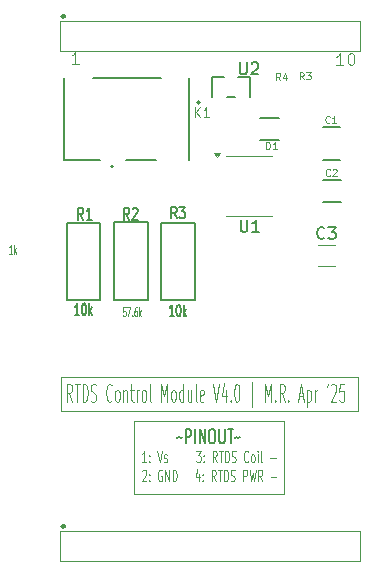
<source format=gbr>
%TF.GenerationSoftware,KiCad,Pcbnew,8.0.8*%
%TF.CreationDate,2025-04-18T10:54:44-04:00*%
%TF.ProjectId,RTDS Control Module V4.0,52544453-2043-46f6-9e74-726f6c204d6f,rev?*%
%TF.SameCoordinates,Original*%
%TF.FileFunction,Legend,Top*%
%TF.FilePolarity,Positive*%
%FSLAX46Y46*%
G04 Gerber Fmt 4.6, Leading zero omitted, Abs format (unit mm)*
G04 Created by KiCad (PCBNEW 8.0.8) date 2025-04-18 10:54:44*
%MOMM*%
%LPD*%
G01*
G04 APERTURE LIST*
%ADD10C,0.150000*%
%ADD11C,0.100000*%
%ADD12C,0.120000*%
%ADD13C,0.152400*%
%ADD14C,0.127000*%
%ADD15C,0.200000*%
%ADD16C,0.076200*%
%ADD17C,0.254000*%
G04 APERTURE END LIST*
D10*
X59142856Y-49154819D02*
X58799999Y-49154819D01*
X58971428Y-49154819D02*
X58971428Y-48154819D01*
X58971428Y-48154819D02*
X58914285Y-48297676D01*
X58914285Y-48297676D02*
X58857142Y-48392914D01*
X58857142Y-48392914D02*
X58799999Y-48440533D01*
X59514285Y-48154819D02*
X59571428Y-48154819D01*
X59571428Y-48154819D02*
X59628571Y-48202438D01*
X59628571Y-48202438D02*
X59657143Y-48250057D01*
X59657143Y-48250057D02*
X59685714Y-48345295D01*
X59685714Y-48345295D02*
X59714285Y-48535771D01*
X59714285Y-48535771D02*
X59714285Y-48773866D01*
X59714285Y-48773866D02*
X59685714Y-48964342D01*
X59685714Y-48964342D02*
X59657143Y-49059580D01*
X59657143Y-49059580D02*
X59628571Y-49107200D01*
X59628571Y-49107200D02*
X59571428Y-49154819D01*
X59571428Y-49154819D02*
X59514285Y-49154819D01*
X59514285Y-49154819D02*
X59457143Y-49107200D01*
X59457143Y-49107200D02*
X59428571Y-49059580D01*
X59428571Y-49059580D02*
X59400000Y-48964342D01*
X59400000Y-48964342D02*
X59371428Y-48773866D01*
X59371428Y-48773866D02*
X59371428Y-48535771D01*
X59371428Y-48535771D02*
X59400000Y-48345295D01*
X59400000Y-48345295D02*
X59428571Y-48250057D01*
X59428571Y-48250057D02*
X59457143Y-48202438D01*
X59457143Y-48202438D02*
X59514285Y-48154819D01*
X59971429Y-49154819D02*
X59971429Y-48154819D01*
X60028572Y-48773866D02*
X60200000Y-49154819D01*
X60200000Y-48488152D02*
X59971429Y-48869104D01*
D11*
X49600000Y-54250000D02*
X74700000Y-54250000D01*
X74700000Y-57150000D01*
X49600000Y-57150000D01*
X49600000Y-54250000D01*
X55800000Y-58050000D02*
X68500000Y-58050000D01*
X68500000Y-64150000D01*
X55800000Y-64150000D01*
X55800000Y-58050000D01*
X73485312Y-27872419D02*
X72913884Y-27872419D01*
X73199598Y-27872419D02*
X73199598Y-26872419D01*
X73199598Y-26872419D02*
X73104360Y-27015276D01*
X73104360Y-27015276D02*
X73009122Y-27110514D01*
X73009122Y-27110514D02*
X72913884Y-27158133D01*
X74104360Y-26872419D02*
X74199598Y-26872419D01*
X74199598Y-26872419D02*
X74294836Y-26920038D01*
X74294836Y-26920038D02*
X74342455Y-26967657D01*
X74342455Y-26967657D02*
X74390074Y-27062895D01*
X74390074Y-27062895D02*
X74437693Y-27253371D01*
X74437693Y-27253371D02*
X74437693Y-27491466D01*
X74437693Y-27491466D02*
X74390074Y-27681942D01*
X74390074Y-27681942D02*
X74342455Y-27777180D01*
X74342455Y-27777180D02*
X74294836Y-27824800D01*
X74294836Y-27824800D02*
X74199598Y-27872419D01*
X74199598Y-27872419D02*
X74104360Y-27872419D01*
X74104360Y-27872419D02*
X74009122Y-27824800D01*
X74009122Y-27824800D02*
X73961503Y-27777180D01*
X73961503Y-27777180D02*
X73913884Y-27681942D01*
X73913884Y-27681942D02*
X73866265Y-27491466D01*
X73866265Y-27491466D02*
X73866265Y-27253371D01*
X73866265Y-27253371D02*
X73913884Y-27062895D01*
X73913884Y-27062895D02*
X73961503Y-26967657D01*
X73961503Y-26967657D02*
X74009122Y-26920038D01*
X74009122Y-26920038D02*
X74104360Y-26872419D01*
X56822931Y-61512475D02*
X56480074Y-61512475D01*
X56651503Y-61512475D02*
X56651503Y-60512475D01*
X56651503Y-60512475D02*
X56594360Y-60655332D01*
X56594360Y-60655332D02*
X56537217Y-60750570D01*
X56537217Y-60750570D02*
X56480074Y-60798189D01*
X57080075Y-61417236D02*
X57108646Y-61464856D01*
X57108646Y-61464856D02*
X57080075Y-61512475D01*
X57080075Y-61512475D02*
X57051503Y-61464856D01*
X57051503Y-61464856D02*
X57080075Y-61417236D01*
X57080075Y-61417236D02*
X57080075Y-61512475D01*
X57080075Y-60893427D02*
X57108646Y-60941046D01*
X57108646Y-60941046D02*
X57080075Y-60988665D01*
X57080075Y-60988665D02*
X57051503Y-60941046D01*
X57051503Y-60941046D02*
X57080075Y-60893427D01*
X57080075Y-60893427D02*
X57080075Y-60988665D01*
X57737217Y-60512475D02*
X57937217Y-61512475D01*
X57937217Y-61512475D02*
X58137217Y-60512475D01*
X58308646Y-61464856D02*
X58365789Y-61512475D01*
X58365789Y-61512475D02*
X58480075Y-61512475D01*
X58480075Y-61512475D02*
X58537218Y-61464856D01*
X58537218Y-61464856D02*
X58565789Y-61369617D01*
X58565789Y-61369617D02*
X58565789Y-61321998D01*
X58565789Y-61321998D02*
X58537218Y-61226760D01*
X58537218Y-61226760D02*
X58480075Y-61179141D01*
X58480075Y-61179141D02*
X58394361Y-61179141D01*
X58394361Y-61179141D02*
X58337218Y-61131522D01*
X58337218Y-61131522D02*
X58308646Y-61036284D01*
X58308646Y-61036284D02*
X58308646Y-60988665D01*
X58308646Y-60988665D02*
X58337218Y-60893427D01*
X58337218Y-60893427D02*
X58394361Y-60845808D01*
X58394361Y-60845808D02*
X58480075Y-60845808D01*
X58480075Y-60845808D02*
X58537218Y-60893427D01*
X61051504Y-60512475D02*
X61422932Y-60512475D01*
X61422932Y-60512475D02*
X61222932Y-60893427D01*
X61222932Y-60893427D02*
X61308647Y-60893427D01*
X61308647Y-60893427D02*
X61365790Y-60941046D01*
X61365790Y-60941046D02*
X61394361Y-60988665D01*
X61394361Y-60988665D02*
X61422932Y-61083903D01*
X61422932Y-61083903D02*
X61422932Y-61321998D01*
X61422932Y-61321998D02*
X61394361Y-61417236D01*
X61394361Y-61417236D02*
X61365790Y-61464856D01*
X61365790Y-61464856D02*
X61308647Y-61512475D01*
X61308647Y-61512475D02*
X61137218Y-61512475D01*
X61137218Y-61512475D02*
X61080075Y-61464856D01*
X61080075Y-61464856D02*
X61051504Y-61417236D01*
X61680076Y-61417236D02*
X61708647Y-61464856D01*
X61708647Y-61464856D02*
X61680076Y-61512475D01*
X61680076Y-61512475D02*
X61651504Y-61464856D01*
X61651504Y-61464856D02*
X61680076Y-61417236D01*
X61680076Y-61417236D02*
X61680076Y-61512475D01*
X61680076Y-60893427D02*
X61708647Y-60941046D01*
X61708647Y-60941046D02*
X61680076Y-60988665D01*
X61680076Y-60988665D02*
X61651504Y-60941046D01*
X61651504Y-60941046D02*
X61680076Y-60893427D01*
X61680076Y-60893427D02*
X61680076Y-60988665D01*
X62765790Y-61512475D02*
X62565790Y-61036284D01*
X62422933Y-61512475D02*
X62422933Y-60512475D01*
X62422933Y-60512475D02*
X62651504Y-60512475D01*
X62651504Y-60512475D02*
X62708647Y-60560094D01*
X62708647Y-60560094D02*
X62737218Y-60607713D01*
X62737218Y-60607713D02*
X62765790Y-60702951D01*
X62765790Y-60702951D02*
X62765790Y-60845808D01*
X62765790Y-60845808D02*
X62737218Y-60941046D01*
X62737218Y-60941046D02*
X62708647Y-60988665D01*
X62708647Y-60988665D02*
X62651504Y-61036284D01*
X62651504Y-61036284D02*
X62422933Y-61036284D01*
X62937218Y-60512475D02*
X63280076Y-60512475D01*
X63108647Y-61512475D02*
X63108647Y-60512475D01*
X63480076Y-61512475D02*
X63480076Y-60512475D01*
X63480076Y-60512475D02*
X63622933Y-60512475D01*
X63622933Y-60512475D02*
X63708647Y-60560094D01*
X63708647Y-60560094D02*
X63765790Y-60655332D01*
X63765790Y-60655332D02*
X63794361Y-60750570D01*
X63794361Y-60750570D02*
X63822933Y-60941046D01*
X63822933Y-60941046D02*
X63822933Y-61083903D01*
X63822933Y-61083903D02*
X63794361Y-61274379D01*
X63794361Y-61274379D02*
X63765790Y-61369617D01*
X63765790Y-61369617D02*
X63708647Y-61464856D01*
X63708647Y-61464856D02*
X63622933Y-61512475D01*
X63622933Y-61512475D02*
X63480076Y-61512475D01*
X64051504Y-61464856D02*
X64137219Y-61512475D01*
X64137219Y-61512475D02*
X64280076Y-61512475D01*
X64280076Y-61512475D02*
X64337219Y-61464856D01*
X64337219Y-61464856D02*
X64365790Y-61417236D01*
X64365790Y-61417236D02*
X64394361Y-61321998D01*
X64394361Y-61321998D02*
X64394361Y-61226760D01*
X64394361Y-61226760D02*
X64365790Y-61131522D01*
X64365790Y-61131522D02*
X64337219Y-61083903D01*
X64337219Y-61083903D02*
X64280076Y-61036284D01*
X64280076Y-61036284D02*
X64165790Y-60988665D01*
X64165790Y-60988665D02*
X64108647Y-60941046D01*
X64108647Y-60941046D02*
X64080076Y-60893427D01*
X64080076Y-60893427D02*
X64051504Y-60798189D01*
X64051504Y-60798189D02*
X64051504Y-60702951D01*
X64051504Y-60702951D02*
X64080076Y-60607713D01*
X64080076Y-60607713D02*
X64108647Y-60560094D01*
X64108647Y-60560094D02*
X64165790Y-60512475D01*
X64165790Y-60512475D02*
X64308647Y-60512475D01*
X64308647Y-60512475D02*
X64394361Y-60560094D01*
X65451505Y-61417236D02*
X65422933Y-61464856D01*
X65422933Y-61464856D02*
X65337219Y-61512475D01*
X65337219Y-61512475D02*
X65280076Y-61512475D01*
X65280076Y-61512475D02*
X65194362Y-61464856D01*
X65194362Y-61464856D02*
X65137219Y-61369617D01*
X65137219Y-61369617D02*
X65108648Y-61274379D01*
X65108648Y-61274379D02*
X65080076Y-61083903D01*
X65080076Y-61083903D02*
X65080076Y-60941046D01*
X65080076Y-60941046D02*
X65108648Y-60750570D01*
X65108648Y-60750570D02*
X65137219Y-60655332D01*
X65137219Y-60655332D02*
X65194362Y-60560094D01*
X65194362Y-60560094D02*
X65280076Y-60512475D01*
X65280076Y-60512475D02*
X65337219Y-60512475D01*
X65337219Y-60512475D02*
X65422933Y-60560094D01*
X65422933Y-60560094D02*
X65451505Y-60607713D01*
X65794362Y-61512475D02*
X65737219Y-61464856D01*
X65737219Y-61464856D02*
X65708648Y-61417236D01*
X65708648Y-61417236D02*
X65680076Y-61321998D01*
X65680076Y-61321998D02*
X65680076Y-61036284D01*
X65680076Y-61036284D02*
X65708648Y-60941046D01*
X65708648Y-60941046D02*
X65737219Y-60893427D01*
X65737219Y-60893427D02*
X65794362Y-60845808D01*
X65794362Y-60845808D02*
X65880076Y-60845808D01*
X65880076Y-60845808D02*
X65937219Y-60893427D01*
X65937219Y-60893427D02*
X65965791Y-60941046D01*
X65965791Y-60941046D02*
X65994362Y-61036284D01*
X65994362Y-61036284D02*
X65994362Y-61321998D01*
X65994362Y-61321998D02*
X65965791Y-61417236D01*
X65965791Y-61417236D02*
X65937219Y-61464856D01*
X65937219Y-61464856D02*
X65880076Y-61512475D01*
X65880076Y-61512475D02*
X65794362Y-61512475D01*
X66251505Y-61512475D02*
X66251505Y-60845808D01*
X66251505Y-60512475D02*
X66222933Y-60560094D01*
X66222933Y-60560094D02*
X66251505Y-60607713D01*
X66251505Y-60607713D02*
X66280076Y-60560094D01*
X66280076Y-60560094D02*
X66251505Y-60512475D01*
X66251505Y-60512475D02*
X66251505Y-60607713D01*
X66622933Y-61512475D02*
X66565790Y-61464856D01*
X66565790Y-61464856D02*
X66537219Y-61369617D01*
X66537219Y-61369617D02*
X66537219Y-60512475D01*
X67308648Y-61131522D02*
X67765791Y-61131522D01*
X56480074Y-62217657D02*
X56508646Y-62170038D01*
X56508646Y-62170038D02*
X56565789Y-62122419D01*
X56565789Y-62122419D02*
X56708646Y-62122419D01*
X56708646Y-62122419D02*
X56765789Y-62170038D01*
X56765789Y-62170038D02*
X56794360Y-62217657D01*
X56794360Y-62217657D02*
X56822931Y-62312895D01*
X56822931Y-62312895D02*
X56822931Y-62408133D01*
X56822931Y-62408133D02*
X56794360Y-62550990D01*
X56794360Y-62550990D02*
X56451503Y-63122419D01*
X56451503Y-63122419D02*
X56822931Y-63122419D01*
X57080075Y-63027180D02*
X57108646Y-63074800D01*
X57108646Y-63074800D02*
X57080075Y-63122419D01*
X57080075Y-63122419D02*
X57051503Y-63074800D01*
X57051503Y-63074800D02*
X57080075Y-63027180D01*
X57080075Y-63027180D02*
X57080075Y-63122419D01*
X57080075Y-62503371D02*
X57108646Y-62550990D01*
X57108646Y-62550990D02*
X57080075Y-62598609D01*
X57080075Y-62598609D02*
X57051503Y-62550990D01*
X57051503Y-62550990D02*
X57080075Y-62503371D01*
X57080075Y-62503371D02*
X57080075Y-62598609D01*
X58137217Y-62170038D02*
X58080075Y-62122419D01*
X58080075Y-62122419D02*
X57994360Y-62122419D01*
X57994360Y-62122419D02*
X57908646Y-62170038D01*
X57908646Y-62170038D02*
X57851503Y-62265276D01*
X57851503Y-62265276D02*
X57822932Y-62360514D01*
X57822932Y-62360514D02*
X57794360Y-62550990D01*
X57794360Y-62550990D02*
X57794360Y-62693847D01*
X57794360Y-62693847D02*
X57822932Y-62884323D01*
X57822932Y-62884323D02*
X57851503Y-62979561D01*
X57851503Y-62979561D02*
X57908646Y-63074800D01*
X57908646Y-63074800D02*
X57994360Y-63122419D01*
X57994360Y-63122419D02*
X58051503Y-63122419D01*
X58051503Y-63122419D02*
X58137217Y-63074800D01*
X58137217Y-63074800D02*
X58165789Y-63027180D01*
X58165789Y-63027180D02*
X58165789Y-62693847D01*
X58165789Y-62693847D02*
X58051503Y-62693847D01*
X58422932Y-63122419D02*
X58422932Y-62122419D01*
X58422932Y-62122419D02*
X58765789Y-63122419D01*
X58765789Y-63122419D02*
X58765789Y-62122419D01*
X59051503Y-63122419D02*
X59051503Y-62122419D01*
X59051503Y-62122419D02*
X59194360Y-62122419D01*
X59194360Y-62122419D02*
X59280074Y-62170038D01*
X59280074Y-62170038D02*
X59337217Y-62265276D01*
X59337217Y-62265276D02*
X59365788Y-62360514D01*
X59365788Y-62360514D02*
X59394360Y-62550990D01*
X59394360Y-62550990D02*
X59394360Y-62693847D01*
X59394360Y-62693847D02*
X59365788Y-62884323D01*
X59365788Y-62884323D02*
X59337217Y-62979561D01*
X59337217Y-62979561D02*
X59280074Y-63074800D01*
X59280074Y-63074800D02*
X59194360Y-63122419D01*
X59194360Y-63122419D02*
X59051503Y-63122419D01*
X61280075Y-62455752D02*
X61280075Y-63122419D01*
X61137217Y-62074800D02*
X60994360Y-62789085D01*
X60994360Y-62789085D02*
X61365789Y-62789085D01*
X61594361Y-63027180D02*
X61622932Y-63074800D01*
X61622932Y-63074800D02*
X61594361Y-63122419D01*
X61594361Y-63122419D02*
X61565789Y-63074800D01*
X61565789Y-63074800D02*
X61594361Y-63027180D01*
X61594361Y-63027180D02*
X61594361Y-63122419D01*
X61594361Y-62503371D02*
X61622932Y-62550990D01*
X61622932Y-62550990D02*
X61594361Y-62598609D01*
X61594361Y-62598609D02*
X61565789Y-62550990D01*
X61565789Y-62550990D02*
X61594361Y-62503371D01*
X61594361Y-62503371D02*
X61594361Y-62598609D01*
X62680075Y-63122419D02*
X62480075Y-62646228D01*
X62337218Y-63122419D02*
X62337218Y-62122419D01*
X62337218Y-62122419D02*
X62565789Y-62122419D01*
X62565789Y-62122419D02*
X62622932Y-62170038D01*
X62622932Y-62170038D02*
X62651503Y-62217657D01*
X62651503Y-62217657D02*
X62680075Y-62312895D01*
X62680075Y-62312895D02*
X62680075Y-62455752D01*
X62680075Y-62455752D02*
X62651503Y-62550990D01*
X62651503Y-62550990D02*
X62622932Y-62598609D01*
X62622932Y-62598609D02*
X62565789Y-62646228D01*
X62565789Y-62646228D02*
X62337218Y-62646228D01*
X62851503Y-62122419D02*
X63194361Y-62122419D01*
X63022932Y-63122419D02*
X63022932Y-62122419D01*
X63394361Y-63122419D02*
X63394361Y-62122419D01*
X63394361Y-62122419D02*
X63537218Y-62122419D01*
X63537218Y-62122419D02*
X63622932Y-62170038D01*
X63622932Y-62170038D02*
X63680075Y-62265276D01*
X63680075Y-62265276D02*
X63708646Y-62360514D01*
X63708646Y-62360514D02*
X63737218Y-62550990D01*
X63737218Y-62550990D02*
X63737218Y-62693847D01*
X63737218Y-62693847D02*
X63708646Y-62884323D01*
X63708646Y-62884323D02*
X63680075Y-62979561D01*
X63680075Y-62979561D02*
X63622932Y-63074800D01*
X63622932Y-63074800D02*
X63537218Y-63122419D01*
X63537218Y-63122419D02*
X63394361Y-63122419D01*
X63965789Y-63074800D02*
X64051504Y-63122419D01*
X64051504Y-63122419D02*
X64194361Y-63122419D01*
X64194361Y-63122419D02*
X64251504Y-63074800D01*
X64251504Y-63074800D02*
X64280075Y-63027180D01*
X64280075Y-63027180D02*
X64308646Y-62931942D01*
X64308646Y-62931942D02*
X64308646Y-62836704D01*
X64308646Y-62836704D02*
X64280075Y-62741466D01*
X64280075Y-62741466D02*
X64251504Y-62693847D01*
X64251504Y-62693847D02*
X64194361Y-62646228D01*
X64194361Y-62646228D02*
X64080075Y-62598609D01*
X64080075Y-62598609D02*
X64022932Y-62550990D01*
X64022932Y-62550990D02*
X63994361Y-62503371D01*
X63994361Y-62503371D02*
X63965789Y-62408133D01*
X63965789Y-62408133D02*
X63965789Y-62312895D01*
X63965789Y-62312895D02*
X63994361Y-62217657D01*
X63994361Y-62217657D02*
X64022932Y-62170038D01*
X64022932Y-62170038D02*
X64080075Y-62122419D01*
X64080075Y-62122419D02*
X64222932Y-62122419D01*
X64222932Y-62122419D02*
X64308646Y-62170038D01*
X65022933Y-63122419D02*
X65022933Y-62122419D01*
X65022933Y-62122419D02*
X65251504Y-62122419D01*
X65251504Y-62122419D02*
X65308647Y-62170038D01*
X65308647Y-62170038D02*
X65337218Y-62217657D01*
X65337218Y-62217657D02*
X65365790Y-62312895D01*
X65365790Y-62312895D02*
X65365790Y-62455752D01*
X65365790Y-62455752D02*
X65337218Y-62550990D01*
X65337218Y-62550990D02*
X65308647Y-62598609D01*
X65308647Y-62598609D02*
X65251504Y-62646228D01*
X65251504Y-62646228D02*
X65022933Y-62646228D01*
X65565790Y-62122419D02*
X65708647Y-63122419D01*
X65708647Y-63122419D02*
X65822933Y-62408133D01*
X65822933Y-62408133D02*
X65937218Y-63122419D01*
X65937218Y-63122419D02*
X66080076Y-62122419D01*
X66651504Y-63122419D02*
X66451504Y-62646228D01*
X66308647Y-63122419D02*
X66308647Y-62122419D01*
X66308647Y-62122419D02*
X66537218Y-62122419D01*
X66537218Y-62122419D02*
X66594361Y-62170038D01*
X66594361Y-62170038D02*
X66622932Y-62217657D01*
X66622932Y-62217657D02*
X66651504Y-62312895D01*
X66651504Y-62312895D02*
X66651504Y-62455752D01*
X66651504Y-62455752D02*
X66622932Y-62550990D01*
X66622932Y-62550990D02*
X66594361Y-62598609D01*
X66594361Y-62598609D02*
X66537218Y-62646228D01*
X66537218Y-62646228D02*
X66308647Y-62646228D01*
X67365790Y-62741466D02*
X67822933Y-62741466D01*
D10*
X59456065Y-59438200D02*
X59494160Y-59381057D01*
X59494160Y-59381057D02*
X59570351Y-59323914D01*
X59570351Y-59323914D02*
X59722732Y-59438200D01*
X59722732Y-59438200D02*
X59798922Y-59381057D01*
X59798922Y-59381057D02*
X59837017Y-59323914D01*
X60141780Y-59895342D02*
X60141780Y-58695342D01*
X60141780Y-58695342D02*
X60446542Y-58695342D01*
X60446542Y-58695342D02*
X60522732Y-58752485D01*
X60522732Y-58752485D02*
X60560827Y-58809628D01*
X60560827Y-58809628D02*
X60598923Y-58923914D01*
X60598923Y-58923914D02*
X60598923Y-59095342D01*
X60598923Y-59095342D02*
X60560827Y-59209628D01*
X60560827Y-59209628D02*
X60522732Y-59266771D01*
X60522732Y-59266771D02*
X60446542Y-59323914D01*
X60446542Y-59323914D02*
X60141780Y-59323914D01*
X60941780Y-59895342D02*
X60941780Y-58695342D01*
X61322732Y-59895342D02*
X61322732Y-58695342D01*
X61322732Y-58695342D02*
X61779875Y-59895342D01*
X61779875Y-59895342D02*
X61779875Y-58695342D01*
X62313208Y-58695342D02*
X62465589Y-58695342D01*
X62465589Y-58695342D02*
X62541779Y-58752485D01*
X62541779Y-58752485D02*
X62617970Y-58866771D01*
X62617970Y-58866771D02*
X62656065Y-59095342D01*
X62656065Y-59095342D02*
X62656065Y-59495342D01*
X62656065Y-59495342D02*
X62617970Y-59723914D01*
X62617970Y-59723914D02*
X62541779Y-59838200D01*
X62541779Y-59838200D02*
X62465589Y-59895342D01*
X62465589Y-59895342D02*
X62313208Y-59895342D01*
X62313208Y-59895342D02*
X62237017Y-59838200D01*
X62237017Y-59838200D02*
X62160827Y-59723914D01*
X62160827Y-59723914D02*
X62122731Y-59495342D01*
X62122731Y-59495342D02*
X62122731Y-59095342D01*
X62122731Y-59095342D02*
X62160827Y-58866771D01*
X62160827Y-58866771D02*
X62237017Y-58752485D01*
X62237017Y-58752485D02*
X62313208Y-58695342D01*
X62998922Y-58695342D02*
X62998922Y-59666771D01*
X62998922Y-59666771D02*
X63037017Y-59781057D01*
X63037017Y-59781057D02*
X63075112Y-59838200D01*
X63075112Y-59838200D02*
X63151303Y-59895342D01*
X63151303Y-59895342D02*
X63303684Y-59895342D01*
X63303684Y-59895342D02*
X63379874Y-59838200D01*
X63379874Y-59838200D02*
X63417969Y-59781057D01*
X63417969Y-59781057D02*
X63456065Y-59666771D01*
X63456065Y-59666771D02*
X63456065Y-58695342D01*
X63722731Y-58695342D02*
X64179874Y-58695342D01*
X63951302Y-59895342D02*
X63951302Y-58695342D01*
X64332255Y-59438200D02*
X64370350Y-59381057D01*
X64370350Y-59381057D02*
X64446541Y-59323914D01*
X64446541Y-59323914D02*
X64598922Y-59438200D01*
X64598922Y-59438200D02*
X64675112Y-59381057D01*
X64675112Y-59381057D02*
X64713207Y-59323914D01*
X51142856Y-49054819D02*
X50799999Y-49054819D01*
X50971428Y-49054819D02*
X50971428Y-48054819D01*
X50971428Y-48054819D02*
X50914285Y-48197676D01*
X50914285Y-48197676D02*
X50857142Y-48292914D01*
X50857142Y-48292914D02*
X50799999Y-48340533D01*
X51514285Y-48054819D02*
X51571428Y-48054819D01*
X51571428Y-48054819D02*
X51628571Y-48102438D01*
X51628571Y-48102438D02*
X51657143Y-48150057D01*
X51657143Y-48150057D02*
X51685714Y-48245295D01*
X51685714Y-48245295D02*
X51714285Y-48435771D01*
X51714285Y-48435771D02*
X51714285Y-48673866D01*
X51714285Y-48673866D02*
X51685714Y-48864342D01*
X51685714Y-48864342D02*
X51657143Y-48959580D01*
X51657143Y-48959580D02*
X51628571Y-49007200D01*
X51628571Y-49007200D02*
X51571428Y-49054819D01*
X51571428Y-49054819D02*
X51514285Y-49054819D01*
X51514285Y-49054819D02*
X51457143Y-49007200D01*
X51457143Y-49007200D02*
X51428571Y-48959580D01*
X51428571Y-48959580D02*
X51400000Y-48864342D01*
X51400000Y-48864342D02*
X51371428Y-48673866D01*
X51371428Y-48673866D02*
X51371428Y-48435771D01*
X51371428Y-48435771D02*
X51400000Y-48245295D01*
X51400000Y-48245295D02*
X51428571Y-48150057D01*
X51428571Y-48150057D02*
X51457143Y-48102438D01*
X51457143Y-48102438D02*
X51514285Y-48054819D01*
X51971429Y-49054819D02*
X51971429Y-48054819D01*
X52028572Y-48673866D02*
X52200000Y-49054819D01*
X52200000Y-48388152D02*
X51971429Y-48769104D01*
D11*
X51101503Y-27772419D02*
X50530075Y-27772419D01*
X50815789Y-27772419D02*
X50815789Y-26772419D01*
X50815789Y-26772419D02*
X50720551Y-26915276D01*
X50720551Y-26915276D02*
X50625313Y-27010514D01*
X50625313Y-27010514D02*
X50530075Y-27058133D01*
X50522931Y-56361228D02*
X50272931Y-55646942D01*
X50094360Y-56361228D02*
X50094360Y-54861228D01*
X50094360Y-54861228D02*
X50380074Y-54861228D01*
X50380074Y-54861228D02*
X50451503Y-54932657D01*
X50451503Y-54932657D02*
X50487217Y-55004085D01*
X50487217Y-55004085D02*
X50522931Y-55146942D01*
X50522931Y-55146942D02*
X50522931Y-55361228D01*
X50522931Y-55361228D02*
X50487217Y-55504085D01*
X50487217Y-55504085D02*
X50451503Y-55575514D01*
X50451503Y-55575514D02*
X50380074Y-55646942D01*
X50380074Y-55646942D02*
X50094360Y-55646942D01*
X50737217Y-54861228D02*
X51165789Y-54861228D01*
X50951503Y-56361228D02*
X50951503Y-54861228D01*
X51415789Y-56361228D02*
X51415789Y-54861228D01*
X51415789Y-54861228D02*
X51594360Y-54861228D01*
X51594360Y-54861228D02*
X51701503Y-54932657D01*
X51701503Y-54932657D02*
X51772932Y-55075514D01*
X51772932Y-55075514D02*
X51808646Y-55218371D01*
X51808646Y-55218371D02*
X51844360Y-55504085D01*
X51844360Y-55504085D02*
X51844360Y-55718371D01*
X51844360Y-55718371D02*
X51808646Y-56004085D01*
X51808646Y-56004085D02*
X51772932Y-56146942D01*
X51772932Y-56146942D02*
X51701503Y-56289800D01*
X51701503Y-56289800D02*
X51594360Y-56361228D01*
X51594360Y-56361228D02*
X51415789Y-56361228D01*
X52130075Y-56289800D02*
X52237218Y-56361228D01*
X52237218Y-56361228D02*
X52415789Y-56361228D01*
X52415789Y-56361228D02*
X52487218Y-56289800D01*
X52487218Y-56289800D02*
X52522932Y-56218371D01*
X52522932Y-56218371D02*
X52558646Y-56075514D01*
X52558646Y-56075514D02*
X52558646Y-55932657D01*
X52558646Y-55932657D02*
X52522932Y-55789800D01*
X52522932Y-55789800D02*
X52487218Y-55718371D01*
X52487218Y-55718371D02*
X52415789Y-55646942D01*
X52415789Y-55646942D02*
X52272932Y-55575514D01*
X52272932Y-55575514D02*
X52201503Y-55504085D01*
X52201503Y-55504085D02*
X52165789Y-55432657D01*
X52165789Y-55432657D02*
X52130075Y-55289800D01*
X52130075Y-55289800D02*
X52130075Y-55146942D01*
X52130075Y-55146942D02*
X52165789Y-55004085D01*
X52165789Y-55004085D02*
X52201503Y-54932657D01*
X52201503Y-54932657D02*
X52272932Y-54861228D01*
X52272932Y-54861228D02*
X52451503Y-54861228D01*
X52451503Y-54861228D02*
X52558646Y-54932657D01*
X53880075Y-56218371D02*
X53844361Y-56289800D01*
X53844361Y-56289800D02*
X53737218Y-56361228D01*
X53737218Y-56361228D02*
X53665790Y-56361228D01*
X53665790Y-56361228D02*
X53558647Y-56289800D01*
X53558647Y-56289800D02*
X53487218Y-56146942D01*
X53487218Y-56146942D02*
X53451504Y-56004085D01*
X53451504Y-56004085D02*
X53415790Y-55718371D01*
X53415790Y-55718371D02*
X53415790Y-55504085D01*
X53415790Y-55504085D02*
X53451504Y-55218371D01*
X53451504Y-55218371D02*
X53487218Y-55075514D01*
X53487218Y-55075514D02*
X53558647Y-54932657D01*
X53558647Y-54932657D02*
X53665790Y-54861228D01*
X53665790Y-54861228D02*
X53737218Y-54861228D01*
X53737218Y-54861228D02*
X53844361Y-54932657D01*
X53844361Y-54932657D02*
X53880075Y-55004085D01*
X54308647Y-56361228D02*
X54237218Y-56289800D01*
X54237218Y-56289800D02*
X54201504Y-56218371D01*
X54201504Y-56218371D02*
X54165790Y-56075514D01*
X54165790Y-56075514D02*
X54165790Y-55646942D01*
X54165790Y-55646942D02*
X54201504Y-55504085D01*
X54201504Y-55504085D02*
X54237218Y-55432657D01*
X54237218Y-55432657D02*
X54308647Y-55361228D01*
X54308647Y-55361228D02*
X54415790Y-55361228D01*
X54415790Y-55361228D02*
X54487218Y-55432657D01*
X54487218Y-55432657D02*
X54522933Y-55504085D01*
X54522933Y-55504085D02*
X54558647Y-55646942D01*
X54558647Y-55646942D02*
X54558647Y-56075514D01*
X54558647Y-56075514D02*
X54522933Y-56218371D01*
X54522933Y-56218371D02*
X54487218Y-56289800D01*
X54487218Y-56289800D02*
X54415790Y-56361228D01*
X54415790Y-56361228D02*
X54308647Y-56361228D01*
X54880075Y-55361228D02*
X54880075Y-56361228D01*
X54880075Y-55504085D02*
X54915789Y-55432657D01*
X54915789Y-55432657D02*
X54987218Y-55361228D01*
X54987218Y-55361228D02*
X55094361Y-55361228D01*
X55094361Y-55361228D02*
X55165789Y-55432657D01*
X55165789Y-55432657D02*
X55201504Y-55575514D01*
X55201504Y-55575514D02*
X55201504Y-56361228D01*
X55451503Y-55361228D02*
X55737217Y-55361228D01*
X55558646Y-54861228D02*
X55558646Y-56146942D01*
X55558646Y-56146942D02*
X55594360Y-56289800D01*
X55594360Y-56289800D02*
X55665789Y-56361228D01*
X55665789Y-56361228D02*
X55737217Y-56361228D01*
X55987217Y-56361228D02*
X55987217Y-55361228D01*
X55987217Y-55646942D02*
X56022931Y-55504085D01*
X56022931Y-55504085D02*
X56058646Y-55432657D01*
X56058646Y-55432657D02*
X56130074Y-55361228D01*
X56130074Y-55361228D02*
X56201503Y-55361228D01*
X56558646Y-56361228D02*
X56487217Y-56289800D01*
X56487217Y-56289800D02*
X56451503Y-56218371D01*
X56451503Y-56218371D02*
X56415789Y-56075514D01*
X56415789Y-56075514D02*
X56415789Y-55646942D01*
X56415789Y-55646942D02*
X56451503Y-55504085D01*
X56451503Y-55504085D02*
X56487217Y-55432657D01*
X56487217Y-55432657D02*
X56558646Y-55361228D01*
X56558646Y-55361228D02*
X56665789Y-55361228D01*
X56665789Y-55361228D02*
X56737217Y-55432657D01*
X56737217Y-55432657D02*
X56772932Y-55504085D01*
X56772932Y-55504085D02*
X56808646Y-55646942D01*
X56808646Y-55646942D02*
X56808646Y-56075514D01*
X56808646Y-56075514D02*
X56772932Y-56218371D01*
X56772932Y-56218371D02*
X56737217Y-56289800D01*
X56737217Y-56289800D02*
X56665789Y-56361228D01*
X56665789Y-56361228D02*
X56558646Y-56361228D01*
X57237217Y-56361228D02*
X57165788Y-56289800D01*
X57165788Y-56289800D02*
X57130074Y-56146942D01*
X57130074Y-56146942D02*
X57130074Y-54861228D01*
X58094360Y-56361228D02*
X58094360Y-54861228D01*
X58094360Y-54861228D02*
X58344360Y-55932657D01*
X58344360Y-55932657D02*
X58594360Y-54861228D01*
X58594360Y-54861228D02*
X58594360Y-56361228D01*
X59058646Y-56361228D02*
X58987217Y-56289800D01*
X58987217Y-56289800D02*
X58951503Y-56218371D01*
X58951503Y-56218371D02*
X58915789Y-56075514D01*
X58915789Y-56075514D02*
X58915789Y-55646942D01*
X58915789Y-55646942D02*
X58951503Y-55504085D01*
X58951503Y-55504085D02*
X58987217Y-55432657D01*
X58987217Y-55432657D02*
X59058646Y-55361228D01*
X59058646Y-55361228D02*
X59165789Y-55361228D01*
X59165789Y-55361228D02*
X59237217Y-55432657D01*
X59237217Y-55432657D02*
X59272932Y-55504085D01*
X59272932Y-55504085D02*
X59308646Y-55646942D01*
X59308646Y-55646942D02*
X59308646Y-56075514D01*
X59308646Y-56075514D02*
X59272932Y-56218371D01*
X59272932Y-56218371D02*
X59237217Y-56289800D01*
X59237217Y-56289800D02*
X59165789Y-56361228D01*
X59165789Y-56361228D02*
X59058646Y-56361228D01*
X59951503Y-56361228D02*
X59951503Y-54861228D01*
X59951503Y-56289800D02*
X59880074Y-56361228D01*
X59880074Y-56361228D02*
X59737217Y-56361228D01*
X59737217Y-56361228D02*
X59665788Y-56289800D01*
X59665788Y-56289800D02*
X59630074Y-56218371D01*
X59630074Y-56218371D02*
X59594360Y-56075514D01*
X59594360Y-56075514D02*
X59594360Y-55646942D01*
X59594360Y-55646942D02*
X59630074Y-55504085D01*
X59630074Y-55504085D02*
X59665788Y-55432657D01*
X59665788Y-55432657D02*
X59737217Y-55361228D01*
X59737217Y-55361228D02*
X59880074Y-55361228D01*
X59880074Y-55361228D02*
X59951503Y-55432657D01*
X60630074Y-55361228D02*
X60630074Y-56361228D01*
X60308645Y-55361228D02*
X60308645Y-56146942D01*
X60308645Y-56146942D02*
X60344359Y-56289800D01*
X60344359Y-56289800D02*
X60415788Y-56361228D01*
X60415788Y-56361228D02*
X60522931Y-56361228D01*
X60522931Y-56361228D02*
X60594359Y-56289800D01*
X60594359Y-56289800D02*
X60630074Y-56218371D01*
X61094359Y-56361228D02*
X61022930Y-56289800D01*
X61022930Y-56289800D02*
X60987216Y-56146942D01*
X60987216Y-56146942D02*
X60987216Y-54861228D01*
X61665787Y-56289800D02*
X61594359Y-56361228D01*
X61594359Y-56361228D02*
X61451502Y-56361228D01*
X61451502Y-56361228D02*
X61380073Y-56289800D01*
X61380073Y-56289800D02*
X61344359Y-56146942D01*
X61344359Y-56146942D02*
X61344359Y-55575514D01*
X61344359Y-55575514D02*
X61380073Y-55432657D01*
X61380073Y-55432657D02*
X61451502Y-55361228D01*
X61451502Y-55361228D02*
X61594359Y-55361228D01*
X61594359Y-55361228D02*
X61665787Y-55432657D01*
X61665787Y-55432657D02*
X61701502Y-55575514D01*
X61701502Y-55575514D02*
X61701502Y-55718371D01*
X61701502Y-55718371D02*
X61344359Y-55861228D01*
X62487216Y-54861228D02*
X62737216Y-56361228D01*
X62737216Y-56361228D02*
X62987216Y-54861228D01*
X63558645Y-55361228D02*
X63558645Y-56361228D01*
X63380073Y-54789800D02*
X63201502Y-55861228D01*
X63201502Y-55861228D02*
X63665787Y-55861228D01*
X63951502Y-56218371D02*
X63987216Y-56289800D01*
X63987216Y-56289800D02*
X63951502Y-56361228D01*
X63951502Y-56361228D02*
X63915788Y-56289800D01*
X63915788Y-56289800D02*
X63951502Y-56218371D01*
X63951502Y-56218371D02*
X63951502Y-56361228D01*
X64451502Y-54861228D02*
X64522931Y-54861228D01*
X64522931Y-54861228D02*
X64594359Y-54932657D01*
X64594359Y-54932657D02*
X64630074Y-55004085D01*
X64630074Y-55004085D02*
X64665788Y-55146942D01*
X64665788Y-55146942D02*
X64701502Y-55432657D01*
X64701502Y-55432657D02*
X64701502Y-55789800D01*
X64701502Y-55789800D02*
X64665788Y-56075514D01*
X64665788Y-56075514D02*
X64630074Y-56218371D01*
X64630074Y-56218371D02*
X64594359Y-56289800D01*
X64594359Y-56289800D02*
X64522931Y-56361228D01*
X64522931Y-56361228D02*
X64451502Y-56361228D01*
X64451502Y-56361228D02*
X64380074Y-56289800D01*
X64380074Y-56289800D02*
X64344359Y-56218371D01*
X64344359Y-56218371D02*
X64308645Y-56075514D01*
X64308645Y-56075514D02*
X64272931Y-55789800D01*
X64272931Y-55789800D02*
X64272931Y-55432657D01*
X64272931Y-55432657D02*
X64308645Y-55146942D01*
X64308645Y-55146942D02*
X64344359Y-55004085D01*
X64344359Y-55004085D02*
X64380074Y-54932657D01*
X64380074Y-54932657D02*
X64451502Y-54861228D01*
X65772931Y-56861228D02*
X65772931Y-54718371D01*
X66880075Y-56361228D02*
X66880075Y-54861228D01*
X66880075Y-54861228D02*
X67130075Y-55932657D01*
X67130075Y-55932657D02*
X67380075Y-54861228D01*
X67380075Y-54861228D02*
X67380075Y-56361228D01*
X67737218Y-56218371D02*
X67772932Y-56289800D01*
X67772932Y-56289800D02*
X67737218Y-56361228D01*
X67737218Y-56361228D02*
X67701504Y-56289800D01*
X67701504Y-56289800D02*
X67737218Y-56218371D01*
X67737218Y-56218371D02*
X67737218Y-56361228D01*
X68522932Y-56361228D02*
X68272932Y-55646942D01*
X68094361Y-56361228D02*
X68094361Y-54861228D01*
X68094361Y-54861228D02*
X68380075Y-54861228D01*
X68380075Y-54861228D02*
X68451504Y-54932657D01*
X68451504Y-54932657D02*
X68487218Y-55004085D01*
X68487218Y-55004085D02*
X68522932Y-55146942D01*
X68522932Y-55146942D02*
X68522932Y-55361228D01*
X68522932Y-55361228D02*
X68487218Y-55504085D01*
X68487218Y-55504085D02*
X68451504Y-55575514D01*
X68451504Y-55575514D02*
X68380075Y-55646942D01*
X68380075Y-55646942D02*
X68094361Y-55646942D01*
X68844361Y-56218371D02*
X68880075Y-56289800D01*
X68880075Y-56289800D02*
X68844361Y-56361228D01*
X68844361Y-56361228D02*
X68808647Y-56289800D01*
X68808647Y-56289800D02*
X68844361Y-56218371D01*
X68844361Y-56218371D02*
X68844361Y-56361228D01*
X69737219Y-55932657D02*
X70094362Y-55932657D01*
X69665790Y-56361228D02*
X69915790Y-54861228D01*
X69915790Y-54861228D02*
X70165790Y-56361228D01*
X70415790Y-55361228D02*
X70415790Y-56861228D01*
X70415790Y-55432657D02*
X70487219Y-55361228D01*
X70487219Y-55361228D02*
X70630076Y-55361228D01*
X70630076Y-55361228D02*
X70701504Y-55432657D01*
X70701504Y-55432657D02*
X70737219Y-55504085D01*
X70737219Y-55504085D02*
X70772933Y-55646942D01*
X70772933Y-55646942D02*
X70772933Y-56075514D01*
X70772933Y-56075514D02*
X70737219Y-56218371D01*
X70737219Y-56218371D02*
X70701504Y-56289800D01*
X70701504Y-56289800D02*
X70630076Y-56361228D01*
X70630076Y-56361228D02*
X70487219Y-56361228D01*
X70487219Y-56361228D02*
X70415790Y-56289800D01*
X71094361Y-56361228D02*
X71094361Y-55361228D01*
X71094361Y-55646942D02*
X71130075Y-55504085D01*
X71130075Y-55504085D02*
X71165790Y-55432657D01*
X71165790Y-55432657D02*
X71237218Y-55361228D01*
X71237218Y-55361228D02*
X71308647Y-55361228D01*
X72165790Y-54861228D02*
X72094362Y-55146942D01*
X72451505Y-55004085D02*
X72487219Y-54932657D01*
X72487219Y-54932657D02*
X72558648Y-54861228D01*
X72558648Y-54861228D02*
X72737219Y-54861228D01*
X72737219Y-54861228D02*
X72808648Y-54932657D01*
X72808648Y-54932657D02*
X72844362Y-55004085D01*
X72844362Y-55004085D02*
X72880076Y-55146942D01*
X72880076Y-55146942D02*
X72880076Y-55289800D01*
X72880076Y-55289800D02*
X72844362Y-55504085D01*
X72844362Y-55504085D02*
X72415790Y-56361228D01*
X72415790Y-56361228D02*
X72880076Y-56361228D01*
X73558648Y-54861228D02*
X73201505Y-54861228D01*
X73201505Y-54861228D02*
X73165791Y-55575514D01*
X73165791Y-55575514D02*
X73201505Y-55504085D01*
X73201505Y-55504085D02*
X73272934Y-55432657D01*
X73272934Y-55432657D02*
X73451505Y-55432657D01*
X73451505Y-55432657D02*
X73522934Y-55504085D01*
X73522934Y-55504085D02*
X73558648Y-55575514D01*
X73558648Y-55575514D02*
X73594362Y-55718371D01*
X73594362Y-55718371D02*
X73594362Y-56075514D01*
X73594362Y-56075514D02*
X73558648Y-56218371D01*
X73558648Y-56218371D02*
X73522934Y-56289800D01*
X73522934Y-56289800D02*
X73451505Y-56361228D01*
X73451505Y-56361228D02*
X73272934Y-56361228D01*
X73272934Y-56361228D02*
X73201505Y-56289800D01*
X73201505Y-56289800D02*
X73165791Y-56218371D01*
X45452380Y-43841764D02*
X45223809Y-43841764D01*
X45338095Y-43841764D02*
X45338095Y-43091764D01*
X45338095Y-43091764D02*
X45299999Y-43198907D01*
X45299999Y-43198907D02*
X45261904Y-43270335D01*
X45261904Y-43270335D02*
X45223809Y-43306050D01*
X45623809Y-43841764D02*
X45623809Y-43091764D01*
X45661904Y-43556050D02*
X45776190Y-43841764D01*
X45776190Y-43341764D02*
X45623809Y-43627478D01*
X55057143Y-48391764D02*
X54866667Y-48391764D01*
X54866667Y-48391764D02*
X54847619Y-48748907D01*
X54847619Y-48748907D02*
X54866667Y-48713192D01*
X54866667Y-48713192D02*
X54904762Y-48677478D01*
X54904762Y-48677478D02*
X55000000Y-48677478D01*
X55000000Y-48677478D02*
X55038095Y-48713192D01*
X55038095Y-48713192D02*
X55057143Y-48748907D01*
X55057143Y-48748907D02*
X55076190Y-48820335D01*
X55076190Y-48820335D02*
X55076190Y-48998907D01*
X55076190Y-48998907D02*
X55057143Y-49070335D01*
X55057143Y-49070335D02*
X55038095Y-49106050D01*
X55038095Y-49106050D02*
X55000000Y-49141764D01*
X55000000Y-49141764D02*
X54904762Y-49141764D01*
X54904762Y-49141764D02*
X54866667Y-49106050D01*
X54866667Y-49106050D02*
X54847619Y-49070335D01*
X55209523Y-48391764D02*
X55476190Y-48391764D01*
X55476190Y-48391764D02*
X55304761Y-49141764D01*
X55628571Y-49070335D02*
X55647618Y-49106050D01*
X55647618Y-49106050D02*
X55628571Y-49141764D01*
X55628571Y-49141764D02*
X55609523Y-49106050D01*
X55609523Y-49106050D02*
X55628571Y-49070335D01*
X55628571Y-49070335D02*
X55628571Y-49141764D01*
X55990475Y-48391764D02*
X55914285Y-48391764D01*
X55914285Y-48391764D02*
X55876189Y-48427478D01*
X55876189Y-48427478D02*
X55857142Y-48463192D01*
X55857142Y-48463192D02*
X55819047Y-48570335D01*
X55819047Y-48570335D02*
X55799999Y-48713192D01*
X55799999Y-48713192D02*
X55799999Y-48998907D01*
X55799999Y-48998907D02*
X55819047Y-49070335D01*
X55819047Y-49070335D02*
X55838094Y-49106050D01*
X55838094Y-49106050D02*
X55876189Y-49141764D01*
X55876189Y-49141764D02*
X55952380Y-49141764D01*
X55952380Y-49141764D02*
X55990475Y-49106050D01*
X55990475Y-49106050D02*
X56009523Y-49070335D01*
X56009523Y-49070335D02*
X56028570Y-48998907D01*
X56028570Y-48998907D02*
X56028570Y-48820335D01*
X56028570Y-48820335D02*
X56009523Y-48748907D01*
X56009523Y-48748907D02*
X55990475Y-48713192D01*
X55990475Y-48713192D02*
X55952380Y-48677478D01*
X55952380Y-48677478D02*
X55876189Y-48677478D01*
X55876189Y-48677478D02*
X55838094Y-48713192D01*
X55838094Y-48713192D02*
X55819047Y-48748907D01*
X55819047Y-48748907D02*
X55799999Y-48820335D01*
X56199999Y-49141764D02*
X56199999Y-48391764D01*
X56238094Y-48856050D02*
X56352380Y-49141764D01*
X56352380Y-48641764D02*
X56199999Y-48927478D01*
X68150000Y-29132371D02*
X67950000Y-28846657D01*
X67807143Y-29132371D02*
X67807143Y-28532371D01*
X67807143Y-28532371D02*
X68035714Y-28532371D01*
X68035714Y-28532371D02*
X68092857Y-28560942D01*
X68092857Y-28560942D02*
X68121428Y-28589514D01*
X68121428Y-28589514D02*
X68150000Y-28646657D01*
X68150000Y-28646657D02*
X68150000Y-28732371D01*
X68150000Y-28732371D02*
X68121428Y-28789514D01*
X68121428Y-28789514D02*
X68092857Y-28818085D01*
X68092857Y-28818085D02*
X68035714Y-28846657D01*
X68035714Y-28846657D02*
X67807143Y-28846657D01*
X68664286Y-28732371D02*
X68664286Y-29132371D01*
X68521428Y-28503800D02*
X68378571Y-28932371D01*
X68378571Y-28932371D02*
X68750000Y-28932371D01*
D10*
X71895833Y-42509580D02*
X71848214Y-42557200D01*
X71848214Y-42557200D02*
X71705357Y-42604819D01*
X71705357Y-42604819D02*
X71610119Y-42604819D01*
X71610119Y-42604819D02*
X71467262Y-42557200D01*
X71467262Y-42557200D02*
X71372024Y-42461961D01*
X71372024Y-42461961D02*
X71324405Y-42366723D01*
X71324405Y-42366723D02*
X71276786Y-42176247D01*
X71276786Y-42176247D02*
X71276786Y-42033390D01*
X71276786Y-42033390D02*
X71324405Y-41842914D01*
X71324405Y-41842914D02*
X71372024Y-41747676D01*
X71372024Y-41747676D02*
X71467262Y-41652438D01*
X71467262Y-41652438D02*
X71610119Y-41604819D01*
X71610119Y-41604819D02*
X71705357Y-41604819D01*
X71705357Y-41604819D02*
X71848214Y-41652438D01*
X71848214Y-41652438D02*
X71895833Y-41700057D01*
X72229167Y-41604819D02*
X72848214Y-41604819D01*
X72848214Y-41604819D02*
X72514881Y-41985771D01*
X72514881Y-41985771D02*
X72657738Y-41985771D01*
X72657738Y-41985771D02*
X72752976Y-42033390D01*
X72752976Y-42033390D02*
X72800595Y-42081009D01*
X72800595Y-42081009D02*
X72848214Y-42176247D01*
X72848214Y-42176247D02*
X72848214Y-42414342D01*
X72848214Y-42414342D02*
X72800595Y-42509580D01*
X72800595Y-42509580D02*
X72752976Y-42557200D01*
X72752976Y-42557200D02*
X72657738Y-42604819D01*
X72657738Y-42604819D02*
X72372024Y-42604819D01*
X72372024Y-42604819D02*
X72276786Y-42557200D01*
X72276786Y-42557200D02*
X72229167Y-42509580D01*
X64738095Y-27654819D02*
X64738095Y-28464342D01*
X64738095Y-28464342D02*
X64785714Y-28559580D01*
X64785714Y-28559580D02*
X64833333Y-28607200D01*
X64833333Y-28607200D02*
X64928571Y-28654819D01*
X64928571Y-28654819D02*
X65119047Y-28654819D01*
X65119047Y-28654819D02*
X65214285Y-28607200D01*
X65214285Y-28607200D02*
X65261904Y-28559580D01*
X65261904Y-28559580D02*
X65309523Y-28464342D01*
X65309523Y-28464342D02*
X65309523Y-27654819D01*
X65738095Y-27750057D02*
X65785714Y-27702438D01*
X65785714Y-27702438D02*
X65880952Y-27654819D01*
X65880952Y-27654819D02*
X66119047Y-27654819D01*
X66119047Y-27654819D02*
X66214285Y-27702438D01*
X66214285Y-27702438D02*
X66261904Y-27750057D01*
X66261904Y-27750057D02*
X66309523Y-27845295D01*
X66309523Y-27845295D02*
X66309523Y-27940533D01*
X66309523Y-27940533D02*
X66261904Y-28083390D01*
X66261904Y-28083390D02*
X65690476Y-28654819D01*
X65690476Y-28654819D02*
X66309523Y-28654819D01*
D11*
X66957143Y-34972371D02*
X66957143Y-34372371D01*
X66957143Y-34372371D02*
X67100000Y-34372371D01*
X67100000Y-34372371D02*
X67185714Y-34400942D01*
X67185714Y-34400942D02*
X67242857Y-34458085D01*
X67242857Y-34458085D02*
X67271428Y-34515228D01*
X67271428Y-34515228D02*
X67300000Y-34629514D01*
X67300000Y-34629514D02*
X67300000Y-34715228D01*
X67300000Y-34715228D02*
X67271428Y-34829514D01*
X67271428Y-34829514D02*
X67242857Y-34886657D01*
X67242857Y-34886657D02*
X67185714Y-34943800D01*
X67185714Y-34943800D02*
X67100000Y-34972371D01*
X67100000Y-34972371D02*
X66957143Y-34972371D01*
X67871428Y-34972371D02*
X67528571Y-34972371D01*
X67700000Y-34972371D02*
X67700000Y-34372371D01*
X67700000Y-34372371D02*
X67642857Y-34458085D01*
X67642857Y-34458085D02*
X67585714Y-34515228D01*
X67585714Y-34515228D02*
X67528571Y-34543800D01*
D10*
X55374999Y-40954819D02*
X55124999Y-40478628D01*
X54946428Y-40954819D02*
X54946428Y-39954819D01*
X54946428Y-39954819D02*
X55232142Y-39954819D01*
X55232142Y-39954819D02*
X55303571Y-40002438D01*
X55303571Y-40002438D02*
X55339285Y-40050057D01*
X55339285Y-40050057D02*
X55374999Y-40145295D01*
X55374999Y-40145295D02*
X55374999Y-40288152D01*
X55374999Y-40288152D02*
X55339285Y-40383390D01*
X55339285Y-40383390D02*
X55303571Y-40431009D01*
X55303571Y-40431009D02*
X55232142Y-40478628D01*
X55232142Y-40478628D02*
X54946428Y-40478628D01*
X55660714Y-40050057D02*
X55696428Y-40002438D01*
X55696428Y-40002438D02*
X55767857Y-39954819D01*
X55767857Y-39954819D02*
X55946428Y-39954819D01*
X55946428Y-39954819D02*
X56017857Y-40002438D01*
X56017857Y-40002438D02*
X56053571Y-40050057D01*
X56053571Y-40050057D02*
X56089285Y-40145295D01*
X56089285Y-40145295D02*
X56089285Y-40240533D01*
X56089285Y-40240533D02*
X56053571Y-40383390D01*
X56053571Y-40383390D02*
X55624999Y-40954819D01*
X55624999Y-40954819D02*
X56089285Y-40954819D01*
D11*
X60909524Y-32264895D02*
X60909524Y-31464895D01*
X61366667Y-32264895D02*
X61023809Y-31807752D01*
X61366667Y-31464895D02*
X60909524Y-31922038D01*
X62128571Y-32264895D02*
X61671428Y-32264895D01*
X61900000Y-32264895D02*
X61900000Y-31464895D01*
X61900000Y-31464895D02*
X61823809Y-31579180D01*
X61823809Y-31579180D02*
X61747619Y-31655371D01*
X61747619Y-31655371D02*
X61671428Y-31693466D01*
X72340000Y-32715228D02*
X72311428Y-32743800D01*
X72311428Y-32743800D02*
X72225714Y-32772371D01*
X72225714Y-32772371D02*
X72168571Y-32772371D01*
X72168571Y-32772371D02*
X72082857Y-32743800D01*
X72082857Y-32743800D02*
X72025714Y-32686657D01*
X72025714Y-32686657D02*
X71997143Y-32629514D01*
X71997143Y-32629514D02*
X71968571Y-32515228D01*
X71968571Y-32515228D02*
X71968571Y-32429514D01*
X71968571Y-32429514D02*
X71997143Y-32315228D01*
X71997143Y-32315228D02*
X72025714Y-32258085D01*
X72025714Y-32258085D02*
X72082857Y-32200942D01*
X72082857Y-32200942D02*
X72168571Y-32172371D01*
X72168571Y-32172371D02*
X72225714Y-32172371D01*
X72225714Y-32172371D02*
X72311428Y-32200942D01*
X72311428Y-32200942D02*
X72340000Y-32229514D01*
X72911428Y-32772371D02*
X72568571Y-32772371D01*
X72740000Y-32772371D02*
X72740000Y-32172371D01*
X72740000Y-32172371D02*
X72682857Y-32258085D01*
X72682857Y-32258085D02*
X72625714Y-32315228D01*
X72625714Y-32315228D02*
X72568571Y-32343800D01*
D10*
X51474999Y-40954819D02*
X51224999Y-40478628D01*
X51046428Y-40954819D02*
X51046428Y-39954819D01*
X51046428Y-39954819D02*
X51332142Y-39954819D01*
X51332142Y-39954819D02*
X51403571Y-40002438D01*
X51403571Y-40002438D02*
X51439285Y-40050057D01*
X51439285Y-40050057D02*
X51474999Y-40145295D01*
X51474999Y-40145295D02*
X51474999Y-40288152D01*
X51474999Y-40288152D02*
X51439285Y-40383390D01*
X51439285Y-40383390D02*
X51403571Y-40431009D01*
X51403571Y-40431009D02*
X51332142Y-40478628D01*
X51332142Y-40478628D02*
X51046428Y-40478628D01*
X52189285Y-40954819D02*
X51760714Y-40954819D01*
X51974999Y-40954819D02*
X51974999Y-39954819D01*
X51974999Y-39954819D02*
X51903571Y-40097676D01*
X51903571Y-40097676D02*
X51832142Y-40192914D01*
X51832142Y-40192914D02*
X51760714Y-40240533D01*
X64803095Y-40989819D02*
X64803095Y-41799342D01*
X64803095Y-41799342D02*
X64850714Y-41894580D01*
X64850714Y-41894580D02*
X64898333Y-41942200D01*
X64898333Y-41942200D02*
X64993571Y-41989819D01*
X64993571Y-41989819D02*
X65184047Y-41989819D01*
X65184047Y-41989819D02*
X65279285Y-41942200D01*
X65279285Y-41942200D02*
X65326904Y-41894580D01*
X65326904Y-41894580D02*
X65374523Y-41799342D01*
X65374523Y-41799342D02*
X65374523Y-40989819D01*
X66374523Y-41989819D02*
X65803095Y-41989819D01*
X66088809Y-41989819D02*
X66088809Y-40989819D01*
X66088809Y-40989819D02*
X65993571Y-41132676D01*
X65993571Y-41132676D02*
X65898333Y-41227914D01*
X65898333Y-41227914D02*
X65803095Y-41275533D01*
D11*
X72367801Y-37215228D02*
X72339229Y-37243800D01*
X72339229Y-37243800D02*
X72253515Y-37272371D01*
X72253515Y-37272371D02*
X72196372Y-37272371D01*
X72196372Y-37272371D02*
X72110658Y-37243800D01*
X72110658Y-37243800D02*
X72053515Y-37186657D01*
X72053515Y-37186657D02*
X72024944Y-37129514D01*
X72024944Y-37129514D02*
X71996372Y-37015228D01*
X71996372Y-37015228D02*
X71996372Y-36929514D01*
X71996372Y-36929514D02*
X72024944Y-36815228D01*
X72024944Y-36815228D02*
X72053515Y-36758085D01*
X72053515Y-36758085D02*
X72110658Y-36700942D01*
X72110658Y-36700942D02*
X72196372Y-36672371D01*
X72196372Y-36672371D02*
X72253515Y-36672371D01*
X72253515Y-36672371D02*
X72339229Y-36700942D01*
X72339229Y-36700942D02*
X72367801Y-36729514D01*
X72596372Y-36729514D02*
X72624944Y-36700942D01*
X72624944Y-36700942D02*
X72682087Y-36672371D01*
X72682087Y-36672371D02*
X72824944Y-36672371D01*
X72824944Y-36672371D02*
X72882087Y-36700942D01*
X72882087Y-36700942D02*
X72910658Y-36729514D01*
X72910658Y-36729514D02*
X72939229Y-36786657D01*
X72939229Y-36786657D02*
X72939229Y-36843800D01*
X72939229Y-36843800D02*
X72910658Y-36929514D01*
X72910658Y-36929514D02*
X72567801Y-37272371D01*
X72567801Y-37272371D02*
X72939229Y-37272371D01*
X70150000Y-29084671D02*
X69950000Y-28798957D01*
X69807143Y-29084671D02*
X69807143Y-28484671D01*
X69807143Y-28484671D02*
X70035714Y-28484671D01*
X70035714Y-28484671D02*
X70092857Y-28513242D01*
X70092857Y-28513242D02*
X70121428Y-28541814D01*
X70121428Y-28541814D02*
X70150000Y-28598957D01*
X70150000Y-28598957D02*
X70150000Y-28684671D01*
X70150000Y-28684671D02*
X70121428Y-28741814D01*
X70121428Y-28741814D02*
X70092857Y-28770385D01*
X70092857Y-28770385D02*
X70035714Y-28798957D01*
X70035714Y-28798957D02*
X69807143Y-28798957D01*
X70350000Y-28484671D02*
X70721428Y-28484671D01*
X70721428Y-28484671D02*
X70521428Y-28713242D01*
X70521428Y-28713242D02*
X70607143Y-28713242D01*
X70607143Y-28713242D02*
X70664286Y-28741814D01*
X70664286Y-28741814D02*
X70692857Y-28770385D01*
X70692857Y-28770385D02*
X70721428Y-28827528D01*
X70721428Y-28827528D02*
X70721428Y-28970385D01*
X70721428Y-28970385D02*
X70692857Y-29027528D01*
X70692857Y-29027528D02*
X70664286Y-29056100D01*
X70664286Y-29056100D02*
X70607143Y-29084671D01*
X70607143Y-29084671D02*
X70435714Y-29084671D01*
X70435714Y-29084671D02*
X70378571Y-29056100D01*
X70378571Y-29056100D02*
X70350000Y-29027528D01*
D10*
X59374999Y-40854819D02*
X59124999Y-40378628D01*
X58946428Y-40854819D02*
X58946428Y-39854819D01*
X58946428Y-39854819D02*
X59232142Y-39854819D01*
X59232142Y-39854819D02*
X59303571Y-39902438D01*
X59303571Y-39902438D02*
X59339285Y-39950057D01*
X59339285Y-39950057D02*
X59374999Y-40045295D01*
X59374999Y-40045295D02*
X59374999Y-40188152D01*
X59374999Y-40188152D02*
X59339285Y-40283390D01*
X59339285Y-40283390D02*
X59303571Y-40331009D01*
X59303571Y-40331009D02*
X59232142Y-40378628D01*
X59232142Y-40378628D02*
X58946428Y-40378628D01*
X59624999Y-39854819D02*
X60089285Y-39854819D01*
X60089285Y-39854819D02*
X59839285Y-40235771D01*
X59839285Y-40235771D02*
X59946428Y-40235771D01*
X59946428Y-40235771D02*
X60017857Y-40283390D01*
X60017857Y-40283390D02*
X60053571Y-40331009D01*
X60053571Y-40331009D02*
X60089285Y-40426247D01*
X60089285Y-40426247D02*
X60089285Y-40664342D01*
X60089285Y-40664342D02*
X60053571Y-40759580D01*
X60053571Y-40759580D02*
X60017857Y-40807200D01*
X60017857Y-40807200D02*
X59946428Y-40854819D01*
X59946428Y-40854819D02*
X59732142Y-40854819D01*
X59732142Y-40854819D02*
X59660714Y-40807200D01*
X59660714Y-40807200D02*
X59624999Y-40759580D01*
D12*
%TO.C,C3*%
X71351248Y-43090000D02*
X72773752Y-43090000D01*
X71351248Y-44910000D02*
X72773752Y-44910000D01*
D13*
%TO.C,U2*%
X62374400Y-28924500D02*
X62374400Y-30575500D01*
X63387860Y-28924500D02*
X62374400Y-28924500D01*
X63659640Y-30575500D02*
X64340360Y-30575500D01*
X65625600Y-28924500D02*
X64612140Y-28924500D01*
X65625600Y-30575500D02*
X65625600Y-28924500D01*
X61358400Y-31020000D02*
G75*
G02*
X61104400Y-31020000I-127000J0D01*
G01*
X61104400Y-31020000D02*
G75*
G02*
X61358400Y-31020000I127000J0D01*
G01*
%TO.C,D1*%
X66465350Y-34177100D02*
X68034650Y-34177100D01*
X68034650Y-32322900D02*
X66465350Y-32322900D01*
%TO.C,R2*%
X54064900Y-41188400D02*
X54064900Y-47741600D01*
X54064900Y-47741600D02*
X56935100Y-47741600D01*
X56935100Y-41188400D02*
X54064900Y-41188400D01*
X56935100Y-47741600D02*
X56935100Y-41188400D01*
D14*
%TO.C,K1*%
X49860000Y-28940000D02*
X49860000Y-35940000D01*
X49860000Y-35940000D02*
X52860000Y-35940000D01*
X55060000Y-35940000D02*
X57660000Y-35940000D01*
X58060000Y-28940000D02*
X52260000Y-28940000D01*
X60460000Y-35940000D02*
X60460000Y-28940000D01*
D15*
X54010000Y-36440000D02*
G75*
G02*
X53810000Y-36440000I-100000J0D01*
G01*
X53810000Y-36440000D02*
G75*
G02*
X54010000Y-36440000I100000J0D01*
G01*
D16*
%TO.C,J2*%
X49530000Y-67310000D02*
X49530000Y-69850000D01*
X49530000Y-67310000D02*
X74930000Y-67310000D01*
X74930000Y-67310000D02*
X74930000Y-69850000D01*
X74930000Y-69850000D02*
X49530000Y-69850000D01*
D17*
X49911000Y-66929000D02*
G75*
G02*
X49657000Y-66929000I-127000J0D01*
G01*
X49657000Y-66929000D02*
G75*
G02*
X49911000Y-66929000I127000J0D01*
G01*
D13*
%TO.C,C1*%
X71807549Y-35877000D02*
X73192451Y-35877000D01*
X73192451Y-33123000D02*
X71807549Y-33123000D01*
%TO.C,R1*%
X50064900Y-41223400D02*
X50064900Y-47776600D01*
X50064900Y-47776600D02*
X52935100Y-47776600D01*
X52935100Y-41223400D02*
X50064900Y-41223400D01*
X52935100Y-47776600D02*
X52935100Y-41223400D01*
D12*
%TO.C,U1*%
X65525000Y-35575000D02*
X63575000Y-35575000D01*
X65525000Y-35575000D02*
X67475000Y-35575000D01*
X65525000Y-40695000D02*
X63575000Y-40695000D01*
X65525000Y-40695000D02*
X67475000Y-40695000D01*
X62825000Y-35670000D02*
X62585000Y-35340000D01*
X63065000Y-35340000D01*
X62825000Y-35670000D01*
G36*
X62825000Y-35670000D02*
G01*
X62585000Y-35340000D01*
X63065000Y-35340000D01*
X62825000Y-35670000D01*
G37*
D13*
%TO.C,C2*%
X71735350Y-39427000D02*
X73320252Y-39427000D01*
X73320252Y-37573000D02*
X71735350Y-37573000D01*
%TO.C,R3*%
X58064900Y-41223400D02*
X58064900Y-47776600D01*
X58064900Y-47776600D02*
X60935100Y-47776600D01*
X60935100Y-41223400D02*
X58064900Y-41223400D01*
X60935100Y-47776600D02*
X60935100Y-41223400D01*
D16*
%TO.C,J1*%
X49530000Y-24130000D02*
X49530000Y-26670000D01*
X49530000Y-24130000D02*
X74930000Y-24130000D01*
X74930000Y-24130000D02*
X74930000Y-26670000D01*
X74930000Y-26670000D02*
X49530000Y-26670000D01*
D17*
X49911000Y-23749000D02*
G75*
G02*
X49657000Y-23749000I-127000J0D01*
G01*
X49657000Y-23749000D02*
G75*
G02*
X49911000Y-23749000I127000J0D01*
G01*
%TD*%
M02*

</source>
